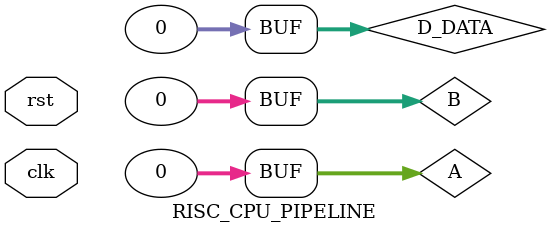
<source format=v>
`timescale 1ns / 1ps

module RISC_CPU_PIPELINE(input clk,
                         input rst);
                         
reg [31:0] PC = 0;      // Program Counter - PC -> + 1/Instruction Mem
reg [31:0] PC_1 = 0;    // Program Counter + 1 - PC+1 -> PC+2
reg [31:0] PC_2 = 0;    // Program Counter + 2 - PC+2 -> Adder
reg [31:0] IR = 0;	    // Instruction Register - Instruction Mem -> Instruction Decoder/Constant Unit
reg RW = 0;             // Read/Write - Register File (WB)
reg [4:0] DA = 0;       // Destination Add - Register File (WB)
reg [1:0] MD = 0;       // Mux D - MUX D -> D Data (WB)
reg [1:0] BS = 0;       // Affects MUX C
reg PS = 0;             // Polarity Select - Affects
reg MW = 0;             // Memory Write - Data Memory (EX)
reg [4:0] FS = 0;       // Function Select - Modified function unit (EX)
reg [4:0] SH = 0;       // Shifter - Modified function unit (EX)
reg [31:0] A = 0;       // 32 bit A data to Modified function unit/Data memory blocks/RAA
reg [31:0] B = 0;       // 32 bit B data to Modified function unit/Data memory blocks/Adder
reg VxorN = 0;	        // Status bit
reg [31:0] F = 0;       // Result from function unit to MUX D (WB)
reg [31:0] Data_out;    // MUX_D
reg [31:0] D_DATA = 0;  // Destination data
reg RW_1 = 0;           // Read/Write - Register File (WB)
reg [31:0] Bus_A = 0;   // Clocked register for A data - DOF -> EX
reg [31:0] Bus_B = 0;   // Clocked register for B data - DOF -> EX
reg [4:0] DA_1 = 0;     // Destination Add - Register File (WB)
reg [1:0] MD_1 = 0;     // Mux D - MUX D -> D Data (WB)

// beginning of wires
wire [31:0] Bus_Anet, Bus_Bnet, Data_outnet, Fnet, BrAnet, RAAnet, IRnet, BrA, RAA, PC_1net, PC_net, Bus_Dnet;
wire RWnet, PSnet, MWnet, VxorNnet, Znet;
wire [1:0] MDnet, BSnet;
wire [4:0] SHnet, FSnet, AAnet, BAnet, DAnet;
wire [31:0] A_DATA, B_DATA; // Register file outputs - Register File -> MUX A/MUX B (DOF)


Register_file RF0(.clk(clk), .RW_1(RW_1), .rst(rst), // Clock (input/input) / Read/write (input/reg) / Reset (input/input)
					.DA_1(DA_1), .AA(AAnet), .BA(BAnet), // Destination Address (input/reg) / Source A (input/wire) / Source B (input/wire)
					.D_DATA(Bus_Dnet), // Destination Data (input/wire)
					.A_DATA(A_DATA), .B_DATA(B_DATA) // Source A Data (Output reg/wire) / Source B Data (Output reg/wire)
					);

MUXC_SECT T0(
			.BS(BS), .PS(PS), // Bit select (input/reg) / Polarity select (input/reg) 
			.Z(Znet), .PC_1(PC_1net), // Zero (input/wire) / Program Counter + 1 (input/wire)
			.BrA(BrAnet), .RAA(RAAnet), // Branch Address (input/wire) / Source A Address (input/wire)
			.PC(PC_net) // Program Counter (output/wire)
			);

IF_SECT IF0(.PC(PC), // Program counter (input/reg)
			.PC_1(PC_1net), // Program counter + 1 (output/wire)
			.IR(IRnet)); // Program memory (output/wire)
						

DOF_SECT DOF0(.IR(IR), .PC_1(PC_1), // Program memory (input/reg) / Program counter + 1 (input/reg)
              .A_DATA(A_DATA), .B_DATA(B_DATA), // Source A Data (input/wire) / Source B Data (input/wire)
			  .Bus_A(Bus_Anet), .Bus_B(Bus_Bnet), // Bus A (output/wire) / Bus B (output/wire)
			  .RW(RWnet), .PS(PSnet), .MW(MWnet), // Read/write (output/wire) / Polarity select (output/wire) / Mem write (output/wire)
			  .DA(DAnet), .FS(FSnet), .SH(SHnet), // Dest Address (output/wire) / Function Sel (output/wire) / Shifter (output/wire)
			  .MD(MDnet), .BS(BSnet), // MUX D (output/wire) / Bit Sel (output/wire)
			  .AAnet(AAnet), .BAnet(BAnet)); // A Address (output/wire) / B Address (output/wire)
			  
EX_SECT E0(
			.A(Bus_A), .B(Bus_B), .PC_2(PC_2), // A data (input/reg) / B data (input/reg) / Program Counter + 2 (input/reg)
			.SH(SH), .FS(FS), // Shifter (input/reg) / Function Sel (input/reg) 
			.clk(clk), .rst(rst), .MW(MW), // Clock (input/input) / Reset (input/input) / Mem write (input/reg)
			.F(Fnet), .Data_out(Data_outnet), .BrA(BrAnet), .RAA(RAAnet), // Function data (output/wire) / Data output (output/wire) / Branch Address (output/wire) / Source A Address (output/wire)
			.VxorN(VxorNnet), .Z(Znet)); // Status bit (output/wire) / Zero (output/wire)

WB_SECT WB0(.F(F), .Data_out(Data_out), // Function data (input/reg) / Data output (input/reg)
			.VxorN(VxorN), .MD_1(MD_1), // Status bit (input/reg) / MUX D (input/reg)
			.DA(DA), // Destination Address (input/reg)
			.Bus_D(Bus_Dnet)); // Bus D (output/wire)
			
always@(negedge clk) begin // Clocked on negedge per Fig. 10-15
        PC <= PC_net;
        PC_1 <= PC_1net;
        PC_2 <= PC_1;
        
        IR <= IRnet;
        
        {RW,DA,MD,BS,PS,MW,FS,SH} <= {RWnet,DAnet,MDnet,BSnet,PSnet,MWnet,FSnet,SHnet};
        
        {RW_1,DA_1,MD_1} <= {RW,DA,MD};
        
        {Bus_A, Bus_B} <= {Bus_Anet, Bus_Bnet};
        
        {VxorN, F, Data_out} <= {VxorNnet, Fnet, Data_outnet};
end

always@(posedge rst) begin // Reset all registers back to zero
        {PC, PC_1, PC_2} = 0;
        IR = 0;
        {RW,DA,MD,BS,PS,MW,FS,SH} = 0;
        {RW_1,DA_1,MD_1} = 0;
        {Bus_A, Bus_B} = 0; 
end
			
endmodule

</source>
